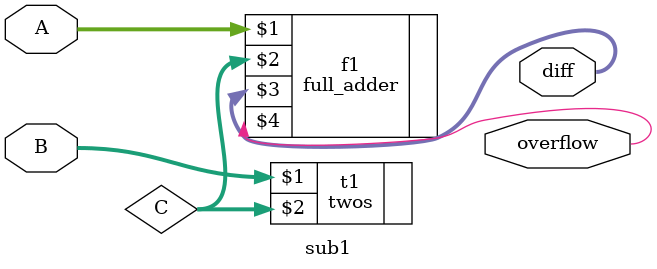
<source format=v>
`timescale 1ns / 1ps


module sub1(
    input [31:0] A,
    input [31:0] B,
    output [31:0] diff,
    output overflow
    );
    wire [31:0] C;
    wire try,over;
    twos t1(B,C);
    full_adder f1(A,C,diff,overflow);
endmodule

</source>
